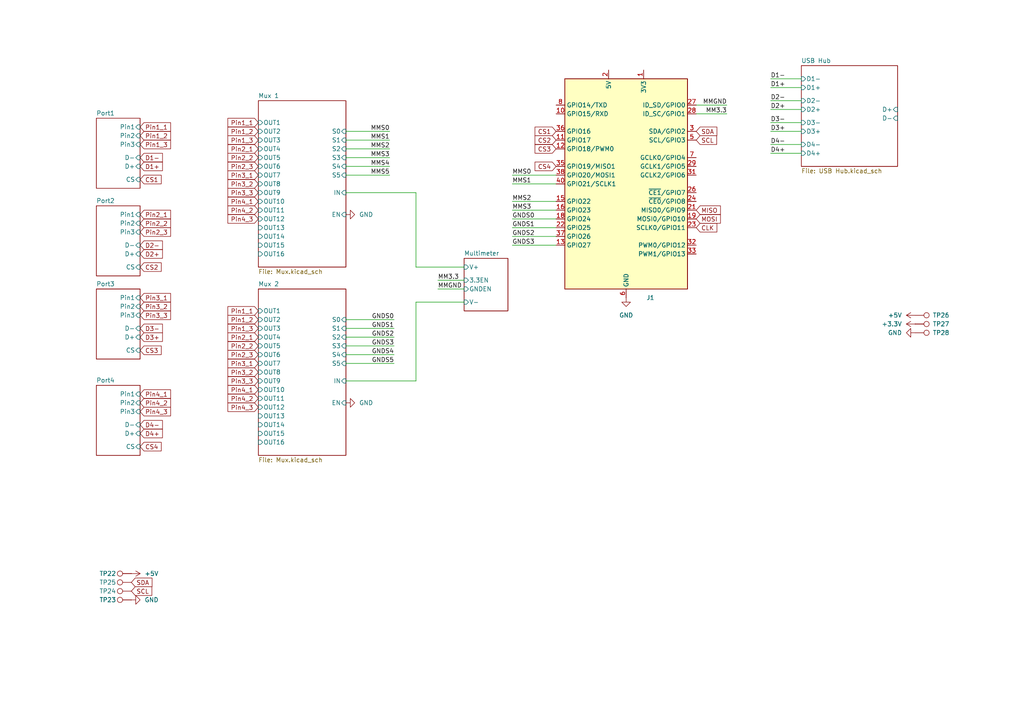
<source format=kicad_sch>
(kicad_sch (version 20231120) (generator "eeschema") (generator_version "8.0")
  (paper "A4")
  (lib_symbols
    (symbol "Connector:Raspberry_Pi_2_3"
      (property "Reference" "J" (at -17.78 31.75 0))
      (property "Value" "Raspberry_Pi_2_3" (at 10.16 -31.75 0))
      (symbol "Raspberry_Pi_2_3_0_1"
        (rectangle (start -17.78 30.48) (end 17.78 -30.48) (stroke (width 0.254)) (fill (type background)))
      )
      (symbol "Raspberry_Pi_2_3_1_1"
        (pin power_in line (at 5.08 33.02 270) (length 2.54) (name "3V3") (number "1"))
        (pin bidirectional line (at -20.32 20.32 0) (length 2.54) (name "GPIO15/RXD") (number "10"))
        (pin bidirectional line (at -20.32 12.7 0) (length 2.54) (name "GPIO17") (number "11"))
        (pin bidirectional line (at -20.32 10.16 0) (length 2.54) (name "GPIO18/PWM0") (number "12"))
        (pin bidirectional line (at -20.32 -17.78 0) (length 2.54) (name "GPIO27") (number "13"))
        (pin passive line (at 0 -33.02 90) (length 2.54) hide (name "GND") (number "14"))
        (pin bidirectional line (at -20.32 -5.08 0) (length 2.54) (name "GPIO22") (number "15"))
        (pin bidirectional line (at -20.32 -7.62 0) (length 2.54) (name "GPIO23") (number "16"))
        (pin passive line (at 5.08 33.02 270) (length 2.54) hide (name "3V3") (number "17"))
        (pin bidirectional line (at -20.32 -10.16 0) (length 2.54) (name "GPIO24") (number "18"))
        (pin bidirectional line (at 20.32 -10.16 180) (length 2.54) (name "MOSI0/GPIO10") (number "19"))
        (pin power_in line (at -5.08 33.02 270) (length 2.54) (name "5V") (number "2"))
        (pin passive line (at 0 -33.02 90) (length 2.54) hide (name "GND") (number "20"))
        (pin bidirectional line (at 20.32 -7.62 180) (length 2.54) (name "MISO0/GPIO9") (number "21"))
        (pin bidirectional line (at -20.32 -12.7 0) (length 2.54) (name "GPIO25") (number "22"))
        (pin bidirectional line (at 20.32 -12.7 180) (length 2.54) (name "SCLK0/GPIO11") (number "23"))
        (pin bidirectional line (at 20.32 -5.08 180) (length 2.54) (name "~{CE0}/GPIO8") (number "24"))
        (pin passive line (at 0 -33.02 90) (length 2.54) hide (name "GND") (number "25"))
        (pin bidirectional line (at 20.32 -2.54 180) (length 2.54) (name "~{CE1}/GPIO7") (number "26"))
        (pin bidirectional line (at 20.32 22.86 180) (length 2.54) (name "ID_SD/GPIO0") (number "27"))
        (pin bidirectional line (at 20.32 20.32 180) (length 2.54) (name "ID_SC/GPIO1") (number "28"))
        (pin bidirectional line (at 20.32 5.08 180) (length 2.54) (name "GCLK1/GPIO5") (number "29"))
        (pin bidirectional line (at 20.32 15.24 180) (length 2.54) (name "SDA/GPIO2") (number "3"))
        (pin passive line (at 0 -33.02 90) (length 2.54) hide (name "GND") (number "30"))
        (pin bidirectional line (at 20.32 2.54 180) (length 2.54) (name "GCLK2/GPIO6") (number "31"))
        (pin bidirectional line (at 20.32 -17.78 180) (length 2.54) (name "PWM0/GPIO12") (number "32"))
        (pin bidirectional line (at 20.32 -20.32 180) (length 2.54) (name "PWM1/GPIO13") (number "33"))
        (pin passive line (at 0 -33.02 90) (length 2.54) hide (name "GND") (number "34"))
        (pin bidirectional line (at -20.32 5.08 0) (length 2.54) (name "GPIO19/MISO1") (number "35"))
        (pin bidirectional line (at -20.32 15.24 0) (length 2.54) (name "GPIO16") (number "36"))
        (pin bidirectional line (at -20.32 -15.24 0) (length 2.54) (name "GPIO26") (number "37"))
        (pin bidirectional line (at -20.32 2.54 0) (length 2.54) (name "GPIO20/MOSI1") (number "38"))
        (pin passive line (at 0 -33.02 90) (length 2.54) hide (name "GND") (number "39"))
        (pin passive line (at -5.08 33.02 270) (length 2.54) hide (name "5V") (number "4"))
        (pin bidirectional line (at -20.32 0 0) (length 2.54) (name "GPIO21/SCLK1") (number "40"))
        (pin bidirectional line (at 20.32 12.7 180) (length 2.54) (name "SCL/GPIO3") (number "5"))
        (pin power_in line (at 0 -33.02 90) (length 2.54) (name "GND") (number "6"))
        (pin bidirectional line (at 20.32 7.62 180) (length 2.54) (name "GCLK0/GPIO4") (number "7"))
        (pin bidirectional line (at -20.32 22.86 0) (length 2.54) (name "GPIO14/TXD") (number "8"))
        (pin passive line (at 0 -33.02 90) (length 2.54) hide (name "GND") (number "9"))
      )
    )
    (symbol "Connector:TestPoint" (pin_numbers hide) (pin_names (offset 0.762) hide)
      (property "Reference" "TP" (at 0 6.858 0))
      (property "Value" "TestPoint" (at 0 5.08 0))
      (symbol "TestPoint_0_1"
        (circle (center 0 3.302) (radius 0.762))
      )
      (symbol "TestPoint_1_1"
        (pin passive line (at 0 0 90) (length 2.54) (name "1") (number "1"))
      )
    )
    (symbol "power:+3.3V" (power) (pin_numbers hide) (pin_names (offset 0) hide)
      (property "Value" "+3.3V" (at 0 3.556 0))
      (symbol "+3.3V_0_1"
        (polyline (pts (xy -0.762 1.27) (xy 0 2.54)))
        (polyline (pts (xy 0 0) (xy 0 2.54)))
        (polyline (pts (xy 0 2.54) (xy 0.762 1.27)))
      )
      (symbol "+3.3V_1_1"
        (pin power_in line (at 0 0 90) (length 0) (name "~") (number "1"))
      )
    )
    (symbol "power:+5V" (power) (pin_numbers hide) (pin_names (offset 0) hide)
      (property "Value" "+5V" (at 0 3.556 0))
      (symbol "+5V_0_1"
        (polyline (pts (xy -0.762 1.27) (xy 0 2.54)))
        (polyline (pts (xy 0 0) (xy 0 2.54)))
        (polyline (pts (xy 0 2.54) (xy 0.762 1.27)))
      )
      (symbol "+5V_1_1"
        (pin power_in line (at 0 0 90) (length 0) (name "~") (number "1"))
      )
    )
    (symbol "power:GND" (power) (pin_numbers hide) (pin_names (offset 0) hide)
      (property "Value" "GND" (at 0 -3.81 0))
      (symbol "GND_0_1"
        (polyline (pts (xy 0 0) (xy 0 -1.27) (xy 1.27 -1.27) (xy 0 -2.54) (xy -1.27 -1.27) (xy 0 -1.27)))
      )
      (symbol "GND_1_1"
        (pin power_in line (at 0 0 270) (length 0) (name "~") (number "1"))
      )
    )
  )
  (wire (pts (xy 127 83.82) (xy 134.62 83.82)))
  (wire (pts (xy 100.33 45.72) (xy 113.03 45.72)))
  (wire (pts (xy 223.52 22.86) (xy 232.41 22.86)))
  (wire (pts (xy 120.65 110.49) (xy 100.33 110.49)))
  (wire (pts (xy 100.33 48.26) (xy 113.03 48.26)))
  (wire (pts (xy 161.29 58.42) (xy 148.59 58.42)))
  (wire (pts (xy 120.65 55.88) (xy 120.65 77.47)))
  (wire (pts (xy 223.52 25.4) (xy 232.41 25.4)))
  (wire (pts (xy 100.33 95.25) (xy 114.3 95.25)))
  (wire (pts (xy 100.33 40.64) (xy 113.03 40.64)))
  (wire (pts (xy 161.29 50.8) (xy 148.59 50.8)))
  (wire (pts (xy 120.65 77.47) (xy 134.62 77.47)))
  (wire (pts (xy 223.52 35.56) (xy 232.41 35.56)))
  (wire (pts (xy 127 81.28) (xy 134.62 81.28)))
  (wire (pts (xy 161.29 63.5) (xy 148.59 63.5)))
  (wire (pts (xy 223.52 41.91) (xy 232.41 41.91)))
  (wire (pts (xy 100.33 55.88) (xy 120.65 55.88)))
  (wire (pts (xy 120.65 87.63) (xy 120.65 110.49)))
  (wire (pts (xy 100.33 50.8) (xy 113.03 50.8)))
  (wire (pts (xy 201.93 30.48) (xy 210.82 30.48)))
  (wire (pts (xy 100.33 43.18) (xy 113.03 43.18)))
  (wire (pts (xy 161.29 68.58) (xy 148.59 68.58)))
  (wire (pts (xy 100.33 105.41) (xy 114.3 105.41)))
  (wire (pts (xy 100.33 100.33) (xy 114.3 100.33)))
  (wire (pts (xy 223.52 38.1) (xy 232.41 38.1)))
  (wire (pts (xy 161.29 71.12) (xy 148.59 71.12)))
  (wire (pts (xy 223.52 44.45) (xy 232.41 44.45)))
  (wire (pts (xy 100.33 38.1) (xy 113.03 38.1)))
  (wire (pts (xy 161.29 66.04) (xy 148.59 66.04)))
  (wire (pts (xy 161.29 53.34) (xy 148.59 53.34)))
  (wire (pts (xy 161.29 60.96) (xy 148.59 60.96)))
  (wire (pts (xy 100.33 92.71) (xy 114.3 92.71)))
  (wire (pts (xy 201.93 33.02) (xy 210.82 33.02)))
  (wire (pts (xy 223.52 29.21) (xy 232.41 29.21)))
  (wire (pts (xy 100.33 97.79) (xy 114.3 97.79)))
  (wire (pts (xy 223.52 31.75) (xy 232.41 31.75)))
  (wire (pts (xy 100.33 102.87) (xy 114.3 102.87)))
  (wire (pts (xy 134.62 87.63) (xy 120.65 87.63)))
  (label "GNDS5" (at 114.3 105.41 180))
  (label "MMS2" (at 148.59 58.42 0))
  (label "D1-" (at 223.52 22.86 0))
  (label "GNDS1" (at 114.3 95.25 180))
  (label "GNDS2" (at 148.59 68.58 0))
  (label "MMS0" (at 148.59 50.8 0))
  (label "MMS2" (at 113.03 43.18 180))
  (label "GNDS2" (at 114.3 97.79 180))
  (label "GNDS3" (at 114.3 100.33 180))
  (label "D2+" (at 223.52 31.75 0))
  (label "MMS0" (at 113.03 38.1 180))
  (label "GNDS0" (at 114.3 92.71 180))
  (label "GNDS1" (at 148.59 66.04 0))
  (label "D3-" (at 223.52 35.56 0))
  (label "D4+" (at 223.52 44.45 0))
  (label "GNDS0" (at 148.59 63.5 0))
  (label "D1+" (at 223.52 25.4 0))
  (label "MMS1" (at 148.59 53.34 0))
  (label "MMS3" (at 113.03 45.72 180))
  (label "MMS4" (at 113.03 48.26 180))
  (label "D4-" (at 223.52 41.91 0))
  (label "MMS3" (at 148.59 60.96 0))
  (label "D2-" (at 223.52 29.21 0))
  (label "GNDS4" (at 114.3 102.87 180))
  (label "D3+" (at 223.52 38.1 0))
  (label "MMS5" (at 113.03 50.8 180))
  (label "MMGND" (at 210.82 30.48 180))
  (label "MM3.3" (at 210.82 33.02 180))
  (label "MM3.3" (at 127 81.28 0))
  (label "MMGND" (at 127 83.82 0))
  (label "MMS1" (at 113.03 40.64 180))
  (label "GNDS3" (at 148.59 71.12 0))
  (global_label "Pin4_3" (shape input) (at 74.93 63.5 180) (property "Intersheetrefs" "${INTERSHEET_REFS}" (effects (hide yes))))
  (global_label "Pin1_3" (shape input) (at 74.93 40.64 180) (property "Intersheetrefs" "${INTERSHEET_REFS}" (effects (hide yes))))
  (global_label "Pin4_2" (shape input) (at 74.93 115.57 180) (property "Intersheetrefs" "${INTERSHEET_REFS}" (effects (hide yes))))
  (global_label "CS3" (shape input) (at 161.29 43.18 180) (property "Intersheetrefs" "${INTERSHEET_REFS}" (effects (hide yes))))
  (global_label "Pin2_3" (shape input) (at 74.93 102.87 180) (property "Intersheetrefs" "${INTERSHEET_REFS}" (effects (hide yes))))
  (global_label "D3+" (shape input) (at 40.64 97.79 0) (property "Intersheetrefs" "${INTERSHEET_REFS}" (effects (hide yes))))
  (global_label "Pin1_1" (shape input) (at 74.93 35.56 180) (property "Intersheetrefs" "${INTERSHEET_REFS}" (effects (hide yes))))
  (global_label "D4+" (shape input) (at 40.64 125.73 0) (property "Intersheetrefs" "${INTERSHEET_REFS}" (effects (hide yes))))
  (global_label "CLK" (shape input) (at 201.93 66.04 0) (property "Intersheetrefs" "${INTERSHEET_REFS}" (effects (hide yes))))
  (global_label "D4-" (shape input) (at 40.64 123.19 0) (property "Intersheetrefs" "${INTERSHEET_REFS}" (effects (hide yes))))
  (global_label "Pin3_2" (shape input) (at 40.64 88.9 0) (property "Intersheetrefs" "${INTERSHEET_REFS}" (effects (hide yes))))
  (global_label "Pin3_1" (shape input) (at 74.93 50.8 180) (property "Intersheetrefs" "${INTERSHEET_REFS}" (effects (hide yes))))
  (global_label "Pin2_2" (shape input) (at 40.64 64.77 0) (property "Intersheetrefs" "${INTERSHEET_REFS}" (effects (hide yes))))
  (global_label "Pin2_1" (shape input) (at 74.93 97.79 180) (property "Intersheetrefs" "${INTERSHEET_REFS}" (effects (hide yes))))
  (global_label "Pin3_3" (shape input) (at 74.93 55.88 180) (property "Intersheetrefs" "${INTERSHEET_REFS}" (effects (hide yes))))
  (global_label "Pin1_2" (shape input) (at 40.64 39.37 0) (property "Intersheetrefs" "${INTERSHEET_REFS}" (effects (hide yes))))
  (global_label "Pin2_1" (shape input) (at 74.93 43.18 180) (property "Intersheetrefs" "${INTERSHEET_REFS}" (effects (hide yes))))
  (global_label "D1+" (shape input) (at 40.64 48.26 0) (property "Intersheetrefs" "${INTERSHEET_REFS}" (effects (hide yes))))
  (global_label "Pin4_2" (shape input) (at 40.64 116.84 0) (property "Intersheetrefs" "${INTERSHEET_REFS}" (effects (hide yes))))
  (global_label "D3-" (shape input) (at 40.64 95.25 0) (property "Intersheetrefs" "${INTERSHEET_REFS}" (effects (hide yes))))
  (global_label "Pin2_1" (shape input) (at 40.64 62.23 0) (property "Intersheetrefs" "${INTERSHEET_REFS}" (effects (hide yes))))
  (global_label "Pin3_2" (shape input) (at 74.93 53.34 180) (property "Intersheetrefs" "${INTERSHEET_REFS}" (effects (hide yes))))
  (global_label "CS2" (shape input) (at 40.64 77.47 0) (property "Intersheetrefs" "${INTERSHEET_REFS}" (effects (hide yes))))
  (global_label "Pin3_1" (shape input) (at 40.64 86.36 0) (property "Intersheetrefs" "${INTERSHEET_REFS}" (effects (hide yes))))
  (global_label "Pin3_1" (shape input) (at 74.93 105.41 180) (property "Intersheetrefs" "${INTERSHEET_REFS}" (effects (hide yes))))
  (global_label "MOSI" (shape input) (at 201.93 63.5 0) (property "Intersheetrefs" "${INTERSHEET_REFS}" (effects (hide yes))))
  (global_label "SCL" (shape input) (at 201.93 40.64 0) (property "Intersheetrefs" "${INTERSHEET_REFS}" (effects (hide yes))))
  (global_label "Pin4_3" (shape input) (at 74.93 118.11 180) (property "Intersheetrefs" "${INTERSHEET_REFS}" (effects (hide yes))))
  (global_label "Pin4_3" (shape input) (at 40.64 119.38 0) (property "Intersheetrefs" "${INTERSHEET_REFS}" (effects (hide yes))))
  (global_label "CS3" (shape input) (at 40.64 101.6 0) (property "Intersheetrefs" "${INTERSHEET_REFS}" (effects (hide yes))))
  (global_label "Pin4_1" (shape input) (at 74.93 58.42 180) (property "Intersheetrefs" "${INTERSHEET_REFS}" (effects (hide yes))))
  (global_label "D1-" (shape input) (at 40.64 45.72 0) (property "Intersheetrefs" "${INTERSHEET_REFS}" (effects (hide yes))))
  (global_label "Pin2_2" (shape input) (at 74.93 100.33 180) (property "Intersheetrefs" "${INTERSHEET_REFS}" (effects (hide yes))))
  (global_label "Pin3_3" (shape input) (at 74.93 110.49 180) (property "Intersheetrefs" "${INTERSHEET_REFS}" (effects (hide yes))))
  (global_label "Pin4_1" (shape input) (at 74.93 113.03 180) (property "Intersheetrefs" "${INTERSHEET_REFS}" (effects (hide yes))))
  (global_label "CS1" (shape input) (at 40.64 52.07 0) (property "Intersheetrefs" "${INTERSHEET_REFS}" (effects (hide yes))))
  (global_label "Pin4_2" (shape input) (at 74.93 60.96 180) (property "Intersheetrefs" "${INTERSHEET_REFS}" (effects (hide yes))))
  (global_label "Pin1_1" (shape input) (at 40.64 36.83 0) (property "Intersheetrefs" "${INTERSHEET_REFS}" (effects (hide yes))))
  (global_label "SCL" (shape input) (at 38.1 171.45 0) (property "Intersheetrefs" "${INTERSHEET_REFS}" (effects (hide yes))))
  (global_label "CS4" (shape input) (at 161.29 48.26 180) (property "Intersheetrefs" "${INTERSHEET_REFS}" (effects (hide yes))))
  (global_label "SDA" (shape input) (at 201.93 38.1 0) (property "Intersheetrefs" "${INTERSHEET_REFS}" (effects (hide yes))))
  (global_label "D2-" (shape input) (at 40.64 71.12 0) (property "Intersheetrefs" "${INTERSHEET_REFS}" (effects (hide yes))))
  (global_label "Pin3_3" (shape input) (at 40.64 91.44 0) (property "Intersheetrefs" "${INTERSHEET_REFS}" (effects (hide yes))))
  (global_label "CS2" (shape input) (at 161.29 40.64 180) (property "Intersheetrefs" "${INTERSHEET_REFS}" (effects (hide yes))))
  (global_label "Pin2_3" (shape input) (at 40.64 67.31 0) (property "Intersheetrefs" "${INTERSHEET_REFS}" (effects (hide yes))))
  (global_label "MISO" (shape input) (at 201.93 60.96 0) (property "Intersheetrefs" "${INTERSHEET_REFS}" (effects (hide yes))))
  (global_label "CS1" (shape input) (at 161.29 38.1 180) (property "Intersheetrefs" "${INTERSHEET_REFS}" (effects (hide yes))))
  (global_label "Pin2_2" (shape input) (at 74.93 45.72 180) (property "Intersheetrefs" "${INTERSHEET_REFS}" (effects (hide yes))))
  (global_label "Pin1_1" (shape input) (at 74.93 90.17 180) (property "Intersheetrefs" "${INTERSHEET_REFS}" (effects (hide yes))))
  (global_label "Pin1_2" (shape input) (at 74.93 38.1 180) (property "Intersheetrefs" "${INTERSHEET_REFS}" (effects (hide yes))))
  (global_label "CS4" (shape input) (at 40.64 129.54 0) (property "Intersheetrefs" "${INTERSHEET_REFS}" (effects (hide yes))))
  (global_label "Pin1_3" (shape input) (at 40.64 41.91 0) (property "Intersheetrefs" "${INTERSHEET_REFS}" (effects (hide yes))))
  (global_label "Pin4_1" (shape input) (at 40.64 114.3 0) (property "Intersheetrefs" "${INTERSHEET_REFS}" (effects (hide yes))))
  (global_label "Pin1_2" (shape input) (at 74.93 92.71 180) (property "Intersheetrefs" "${INTERSHEET_REFS}" (effects (hide yes))))
  (global_label "D2+" (shape input) (at 40.64 73.66 0) (property "Intersheetrefs" "${INTERSHEET_REFS}" (effects (hide yes))))
  (global_label "Pin1_3" (shape input) (at 74.93 95.25 180) (property "Intersheetrefs" "${INTERSHEET_REFS}" (effects (hide yes))))
  (global_label "Pin2_3" (shape input) (at 74.93 48.26 180) (property "Intersheetrefs" "${INTERSHEET_REFS}" (effects (hide yes))))
  (global_label "SDA" (shape input) (at 38.1 168.91 0) (property "Intersheetrefs" "${INTERSHEET_REFS}" (effects (hide yes))))
  (global_label "Pin3_2" (shape input) (at 74.93 107.95 180) (property "Intersheetrefs" "${INTERSHEET_REFS}" (effects (hide yes))))
  (symbol (lib_id "Connector:TestPoint") (at 265.43 93.98 270) (unit 1)
    (property "Reference" "TP27" (at 270.51 93.98 90) (effects (justify left)))
    (property "Value" "TestPoint" (effects (hide yes)))
    (property "Footprint" "TestPoint:TestPoint_Pad_D4.0mm" (effects (hide yes)))
    (property "Description" "test point" (effects (hide yes)))
  )
  (symbol (lib_id "power:+5V") (at 265.43 91.44 90) (unit 1)
    (property "Reference" "#PWR079" (effects (hide yes)))
    (property "Value" "+5V" (at 261.62 91.4399 90) (effects (justify left)))
    (property "Description" "Power symbol creates a global label with name \"+5V\"" (effects (hide yes)))
  )
  (symbol (lib_id "Connector:TestPoint") (at 265.43 96.52 270) (unit 1)
    (property "Reference" "TP28" (at 270.51 96.52 90) (effects (justify left)))
    (property "Value" "TestPoint" (effects (hide yes)))
    (property "Footprint" "TestPoint:TestPoint_Pad_D4.0mm" (effects (hide yes)))
    (property "Description" "test point" (effects (hide yes)))
  )
  (symbol (lib_id "Connector:TestPoint") (at 38.1 171.45 90) (unit 1)
    (property "Reference" "TP24" (at 31.242 171.45 90))
    (property "Value" "TestPoint" (effects (hide yes)))
    (property "Footprint" "TestPoint:TestPoint_Pad_D2.0mm" (effects (hide yes)))
    (property "Description" "test point" (effects (hide yes)))
  )
  (symbol (lib_id "Connector:TestPoint") (at 38.1 173.99 90) (unit 1)
    (property "Reference" "TP23" (at 31.242 173.99 90))
    (property "Value" "TestPoint" (effects (hide yes)))
    (property "Footprint" "TestPoint:TestPoint_Pad_D2.0mm" (effects (hide yes)))
    (property "Description" "test point" (effects (hide yes)))
  )
  (symbol (lib_id "power:+5V") (at 38.1 166.37 270) (unit 1)
    (property "Reference" "#PWR031" (effects (hide yes)))
    (property "Value" "+5V" (at 41.91 166.3699 90) (effects (justify left)))
    (property "Description" "Power symbol creates a global label with name \"+5V\"" (effects (hide yes)))
  )
  (symbol (lib_id "Connector:TestPoint") (at 38.1 168.91 90) (unit 1)
    (property "Reference" "TP25" (at 31.242 168.91 90))
    (property "Value" "TestPoint" (effects (hide yes)))
    (property "Footprint" "TestPoint:TestPoint_Pad_D2.0mm" (effects (hide yes)))
    (property "Description" "test point" (effects (hide yes)))
  )
  (symbol (lib_id "power:GND") (at 181.61 86.36 0) (unit 1)
    (property "Reference" "#PWR03" (effects (hide yes)))
    (property "Value" "GND" (at 181.61 91.44 0))
    (property "Description" "Power symbol creates a global label with name \"GND\" , ground" (effects (hide yes)))
  )
  (symbol (lib_id "Connector:Raspberry_Pi_2_3") (at 181.61 53.34 0) (unit 1)
    (property "Reference" "J1" (at 187.452 86.36 0) (effects (justify left)))
    (property "Value" "Raspberry_Pi_2_3" (effects (hide yes)))
    (property "Footprint" "Connector_PinHeader_2.54mm:PinHeader_2x20_P2.54mm_Vertical" (effects (hide yes)))
    (property "Datasheet" "https://www.raspberrypi.org/documentation/hardware/raspberrypi/schematics/rpi_SCH_3bplus_1p0_reduced.pdf" (effects (hide yes)))
    (property "Description" "expansion header for Raspberry Pi 2 & 3" (effects (hide yes)))
  )
  (symbol (lib_id "power:GND") (at 100.33 62.23 90) (unit 1)
    (property "Reference" "#PWR018" (effects (hide yes)))
    (property "Value" "GND" (at 104.14 62.2299 90) (effects (justify right)))
    (property "Description" "Power symbol creates a global label with name \"GND\" , ground" (effects (hide yes)))
  )
  (symbol (lib_id "power:GND") (at 265.43 96.52 270) (unit 1)
    (property "Reference" "#PWR081" (effects (hide yes)))
    (property "Value" "GND" (at 261.62 96.5199 90) (effects (justify right)))
    (property "Description" "Power symbol creates a global label with name \"GND\" , ground" (effects (hide yes)))
  )
  (symbol (lib_id "Connector:TestPoint") (at 38.1 166.37 90) (unit 1)
    (property "Reference" "TP22" (at 31.242 166.37 90))
    (property "Value" "TestPoint" (effects (hide yes)))
    (property "Footprint" "TestPoint:TestPoint_Pad_D2.0mm" (effects (hide yes)))
    (property "Description" "test point" (effects (hide yes)))
  )
  (symbol (lib_id "power:GND") (at 38.1 173.99 90) (unit 1)
    (property "Reference" "#PWR032" (effects (hide yes)))
    (property "Value" "GND" (at 41.91 173.9899 90) (effects (justify right)))
    (property "Description" "Power symbol creates a global label with name \"GND\" , ground" (effects (hide yes)))
  )
  (symbol (lib_id "Connector:TestPoint") (at 265.43 91.44 270) (unit 1)
    (property "Reference" "TP26" (at 270.51 91.44 90) (effects (justify left)))
    (property "Value" "TestPoint" (effects (hide yes)))
    (property "Footprint" "TestPoint:TestPoint_Pad_D4.0mm" (effects (hide yes)))
    (property "Description" "test point" (effects (hide yes)))
  )
  (symbol (lib_id "power:GND") (at 100.33 116.84 90) (unit 1)
    (property "Reference" "#PWR019" (effects (hide yes)))
    (property "Value" "GND" (at 104.14 116.8399 90) (effects (justify right)))
    (property "Description" "Power symbol creates a global label with name \"GND\" , ground" (effects (hide yes)))
  )
  (symbol (lib_id "power:+3.3V") (at 265.43 93.98 90) (unit 1)
    (property "Reference" "#PWR080" (effects (hide yes)))
    (property "Value" "+3.3V" (at 261.62 93.9799 90) (effects (justify left)))
    (property "Description" "Power symbol creates a global label with name \"+3.3V\"" (effects (hide yes)))
  )
  (sheet (at 232.41 19.05) (size 27.94 29.21) (stroke (width 0.1524))
    (property "Sheetname" "USB Hub" (at 232.41 18.3384 0) (effects (justify left bottom)))
    (property "Sheetfile" "USB Hub.kicad_sch" (at 232.41 48.8446 0) (effects (justify left top)))
    (pin "D+" input (at 260.35 31.75 0))
    (pin "D-" input (at 260.35 34.29 0))
    (pin "D1+" input (at 232.41 25.4 180))
    (pin "D1-" input (at 232.41 22.86 180))
    (pin "D2-" input (at 232.41 29.21 180))
    (pin "D2+" input (at 232.41 31.75 180))
    (pin "D3-" input (at 232.41 35.56 180))
    (pin "D3+" input (at 232.41 38.1 180))
    (pin "D4-" input (at 232.41 41.91 180))
    (pin "D4+" input (at 232.41 44.45 180))
  )
  (sheet (at 74.93 29.21) (size 25.4 48.26) (stroke (width 0.1524))
    (property "Sheetname" "Mux 1" (at 74.93 28.4984 0) (effects (justify left bottom)))
    (property "Sheetfile" "Mux.kicad_sch" (at 74.93 78.0546 0) (effects (justify left top)))
    (pin "S1" input (at 100.33 40.64 0))
    (pin "S0" input (at 100.33 38.1 0))
    (pin "S2" input (at 100.33 43.18 0))
    (pin "EN" input (at 100.33 62.23 0))
    (pin "OUT7" input (at 74.93 50.8 180))
    (pin "OUT8" input (at 74.93 53.34 180))
    (pin "OUT6" input (at 74.93 48.26 180))
    (pin "OUT2" input (at 74.93 38.1 180))
    (pin "OUT5" input (at 74.93 45.72 180))
    (pin "OUT3" input (at 74.93 40.64 180))
    (pin "OUT4" input (at 74.93 43.18 180))
    (pin "OUT1" input (at 74.93 35.56 180))
    (pin "OUT12" input (at 74.93 63.5 180))
    (pin "OUT13" input (at 74.93 66.04 180))
    (pin "OUT16" input (at 74.93 73.66 180))
    (pin "OUT15" input (at 74.93 71.12 180))
    (pin "OUT14" input (at 74.93 68.58 180))
    (pin "S4" input (at 100.33 48.26 0))
    (pin "IN" input (at 100.33 55.88 0))
    (pin "S3" input (at 100.33 45.72 0))
    (pin "S5" input (at 100.33 50.8 0))
    (pin "OUT9" input (at 74.93 55.88 180))
    (pin "OUT11" input (at 74.93 60.96 180))
    (pin "OUT10" input (at 74.93 58.42 180))
  )
  (sheet (at 27.94 111.76) (size 12.7 20.32) (stroke (width 0.1524))
    (property "Sheetname" "Port4" (at 27.94 111.0484 0) (effects (justify left bottom)))
    (property "Sheetfile" "Port.kicad_sch" (effects (hide yes)))
    (pin "Pin1" input (at 40.64 114.3 0))
    (pin "Pin2" input (at 40.64 116.84 0))
    (pin "Pin3" input (at 40.64 119.38 0))
    (pin "CS" input (at 40.64 129.54 0))
    (pin "D-" input (at 40.64 123.19 0))
    (pin "D+" input (at 40.64 125.73 0))
  )
  (sheet (at 74.93 83.82) (size 25.4 48.26) (stroke (width 0.1524))
    (property "Sheetname" "Mux 2" (at 74.93 83.1084 0) (effects (justify left bottom)))
    (property "Sheetfile" "Mux.kicad_sch" (at 74.93 132.6646 0) (effects (justify left top)))
    (pin "S1" input (at 100.33 95.25 0))
    (pin "S0" input (at 100.33 92.71 0))
    (pin "S2" input (at 100.33 97.79 0))
    (pin "EN" input (at 100.33 116.84 0))
    (pin "OUT7" input (at 74.93 105.41 180))
    (pin "OUT8" input (at 74.93 107.95 180))
    (pin "OUT6" input (at 74.93 102.87 180))
    (pin "OUT2" input (at 74.93 92.71 180))
    (pin "OUT5" input (at 74.93 100.33 180))
    (pin "OUT3" input (at 74.93 95.25 180))
    (pin "OUT4" input (at 74.93 97.79 180))
    (pin "OUT1" input (at 74.93 90.17 180))
    (pin "OUT12" input (at 74.93 118.11 180))
    (pin "OUT13" input (at 74.93 120.65 180))
    (pin "OUT16" input (at 74.93 128.27 180))
    (pin "OUT15" input (at 74.93 125.73 180))
    (pin "OUT14" input (at 74.93 123.19 180))
    (pin "S4" input (at 100.33 102.87 0))
    (pin "IN" input (at 100.33 110.49 0))
    (pin "S3" input (at 100.33 100.33 0))
    (pin "S5" input (at 100.33 105.41 0))
    (pin "OUT9" input (at 74.93 110.49 180))
    (pin "OUT11" input (at 74.93 115.57 180))
    (pin "OUT10" input (at 74.93 113.03 180))
  )
  (sheet (at 134.62 74.93) (size 12.7 15.24) (stroke (width 0.1524))
    (property "Sheetname" "Multimeter" (at 134.62 74.2184 0) (effects (justify left bottom)))
    (property "Sheetfile" "MM.kicad_sch" (effects (hide yes)))
    (pin "V+" input (at 134.62 77.47 180))
    (pin "V-" input (at 134.62 87.63 180))
    (pin "GNDEN" input (at 134.62 83.82 180))
    (pin "3.3EN" input (at 134.62 81.28 180))
  )
  (sheet (at 27.94 83.82) (size 12.7 20.32) (stroke (width 0.1524))
    (property "Sheetname" "Port3" (at 27.94 83.1084 0) (effects (justify left bottom)))
    (property "Sheetfile" "Port.kicad_sch" (effects (hide yes)))
    (pin "Pin1" input (at 40.64 86.36 0))
    (pin "Pin2" input (at 40.64 88.9 0))
    (pin "Pin3" input (at 40.64 91.44 0))
    (pin "CS" input (at 40.64 101.6 0))
    (pin "D-" input (at 40.64 95.25 0))
    (pin "D+" input (at 40.64 97.79 0))
  )
  (sheet (at 27.94 34.29) (size 12.7 20.32) (stroke (width 0.1524))
    (property "Sheetname" "Port1" (at 27.94 33.5784 0) (effects (justify left bottom)))
    (property "Sheetfile" "Port.kicad_sch" (effects (hide yes)))
    (pin "Pin1" input (at 40.64 36.83 0))
    (pin "Pin2" input (at 40.64 39.37 0))
    (pin "Pin3" input (at 40.64 41.91 0))
    (pin "CS" input (at 40.64 52.07 0))
    (pin "D-" input (at 40.64 45.72 0))
    (pin "D+" input (at 40.64 48.26 0))
  )
  (sheet (at 27.94 59.69) (size 12.7 20.32) (stroke (width 0.1524))
    (property "Sheetname" "Port2" (at 27.94 58.9784 0) (effects (justify left bottom)))
    (property "Sheetfile" "Port.kicad_sch" (effects (hide yes)))
    (pin "Pin1" input (at 40.64 62.23 0))
    (pin "Pin2" input (at 40.64 64.77 0))
    (pin "Pin3" input (at 40.64 67.31 0))
    (pin "CS" input (at 40.64 77.47 0))
    (pin "D-" input (at 40.64 71.12 0))
    (pin "D+" input (at 40.64 73.66 0))
  )
)
</source>
